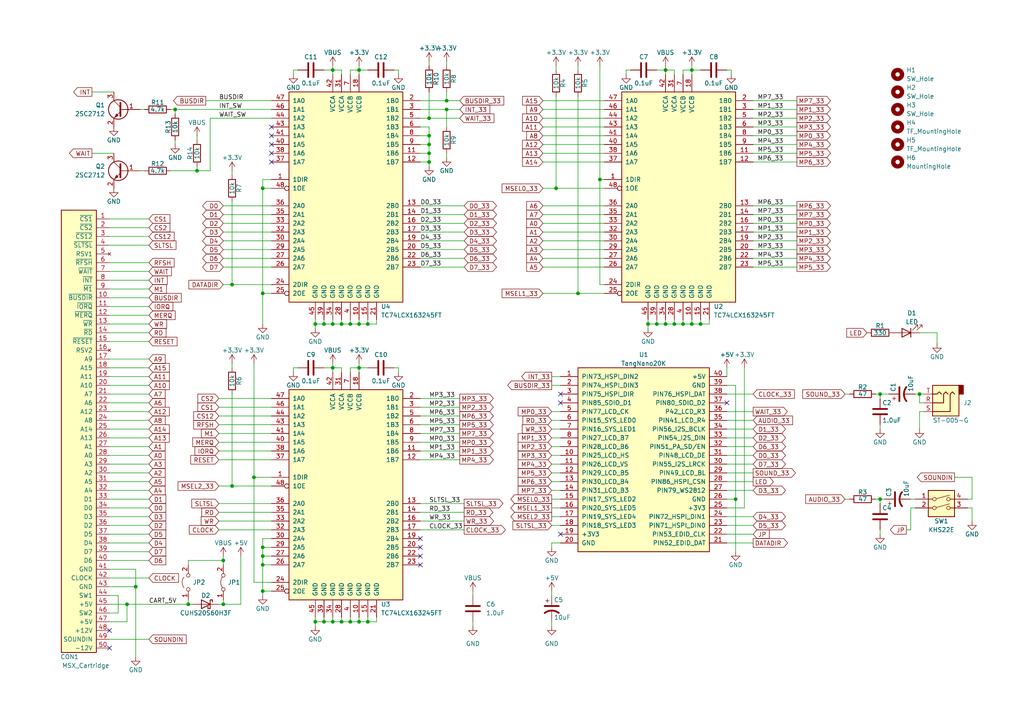
<source format=kicad_sch>
(kicad_sch (version 20230121) (generator eeschema)
  (paper "A4")
  (title_block (title "tnCart") (rev "1") (company "buppu3"))
  (junction (at 73.66 138.43))
  (junction (at 129.54 29.21))
  (junction (at 124.46 39.37))
  (junction (at 57.15 49.53))
  (junction (at 200.66 20.32))
  (junction (at 76.2 163.83))
  (junction (at 161.29 54.61))
  (junction (at 64.77 175.26))
  (junction (at 36.83 175.26))
  (junction (at 106.68 180.34))
  (junction (at 96.52 106.68))
  (junction (at 76.2 85.09))
  (junction (at 266.7 114.3))
  (junction (at 96.52 180.34))
  (junction (at 195.58 93.98))
  (junction (at 129.54 31.75))
  (junction (at 124.46 44.45))
  (junction (at 213.36 144.78))
  (junction (at 193.04 93.98))
  (junction (at 101.6 93.98))
  (junction (at 93.98 180.34))
  (junction (at 91.44 180.34))
  (junction (at 76.2 158.75))
  (junction (at 50.8 31.75))
  (junction (at 93.98 93.98))
  (junction (at 39.37 170.18))
  (junction (at 255.27 144.78))
  (junction (at 255.27 114.3))
  (junction (at 99.06 93.98))
  (junction (at 96.52 93.98))
  (junction (at 64.77 162.56))
  (junction (at 104.14 180.34))
  (junction (at 101.6 180.34))
  (junction (at 54.61 175.26))
  (junction (at 106.68 93.98))
  (junction (at 99.06 180.34))
  (junction (at 203.2 93.98))
  (junction (at 91.44 93.98))
  (junction (at 76.2 161.29))
  (junction (at 124.46 41.91))
  (junction (at 187.96 93.98))
  (junction (at 104.14 20.32))
  (junction (at 67.31 82.55))
  (junction (at 104.14 106.68))
  (junction (at 124.46 34.29))
  (junction (at 200.66 93.98))
  (junction (at 67.31 140.97))
  (junction (at 76.2 54.61))
  (junction (at 104.14 93.98))
  (junction (at 167.64 85.09))
  (junction (at 96.52 20.32))
  (junction (at 124.46 46.99))
  (junction (at 198.12 93.98))
  (junction (at 173.99 52.07))
  (junction (at 193.04 20.32))
  (junction (at 190.5 93.98))
  (junction (at 76.2 171.45))
  (no_connect (at 162.56 154.94))
  (no_connect (at 162.56 114.3))
  (no_connect (at 78.74 44.45))
  (no_connect (at 78.74 39.37))
  (no_connect (at 121.92 156.21))
  (no_connect (at 78.74 46.99))
  (no_connect (at 121.92 161.29))
  (no_connect (at 121.92 158.75))
  (no_connect (at 31.75 182.88))
  (no_connect (at 78.74 36.83))
  (no_connect (at 121.92 163.83))
  (no_connect (at 78.74 41.91))
  (no_connect (at 162.56 116.84))
  (no_connect (at 31.75 187.96))
  (no_connect (at 210.82 116.84))
  (wire (pts (xy 161.29 54.61) (xy 175.26 54.61)))
  (wire (pts (xy 99.06 179.07) (xy 99.06 180.34)))
  (wire (pts (xy 200.66 93.98) (xy 198.12 93.98)))
  (wire (pts (xy 106.68 92.71) (xy 106.68 93.98)))
  (wire (pts (xy 255.27 144.78) (xy 256.54 144.78)))
  (wire (pts (xy 64.77 82.55) (xy 67.31 82.55)))
  (wire (pts (xy 210.82 137.16) (xy 218.44 137.16)))
  (wire (pts (xy 121.92 153.67) (xy 134.62 153.67)))
  (wire (pts (xy 157.48 46.99) (xy 175.26 46.99)))
  (wire (pts (xy 31.75 172.72) (xy 34.29 172.72)))
  (wire (pts (xy 124.46 36.83) (xy 124.46 39.37)))
  (wire (pts (xy 109.22 180.34) (xy 106.68 180.34)))
  (wire (pts (xy 218.44 69.85) (xy 231.14 69.85)))
  (wire (pts (xy 160.02 134.62) (xy 162.56 134.62)))
  (wire (pts (xy 36.83 175.26) (xy 36.83 180.34)))
  (wire (pts (xy 63.5 146.05) (xy 78.74 146.05)))
  (wire (pts (xy 31.75 114.3) (xy 43.18 114.3)))
  (wire (pts (xy 54.61 162.56) (xy 64.77 162.56)))
  (wire (pts (xy 104.14 20.32) (xy 104.14 21.59)))
  (wire (pts (xy 124.46 44.45) (xy 124.46 46.99)))
  (wire (pts (xy 255.27 114.3) (xy 257.81 114.3)))
  (wire (pts (xy 210.82 139.7) (xy 218.44 139.7)))
  (wire (pts (xy 64.77 72.39) (xy 78.74 72.39)))
  (wire (pts (xy 31.75 63.5) (xy 43.18 63.5)))
  (wire (pts (xy 121.92 118.11) (xy 133.35 118.11)))
  (wire (pts (xy 200.66 92.71) (xy 200.66 93.98)))
  (wire (pts (xy 218.44 67.31) (xy 231.14 67.31)))
  (wire (pts (xy 109.22 92.71) (xy 109.22 93.98)))
  (wire (pts (xy 73.66 138.43) (xy 78.74 138.43)))
  (wire (pts (xy 76.2 54.61) (xy 78.74 54.61)))
  (wire (pts (xy 121.92 123.19) (xy 133.35 123.19)))
  (wire (pts (xy 57.15 48.26) (xy 57.15 49.53)))
  (wire (pts (xy 121.92 62.23) (xy 134.62 62.23)))
  (wire (pts (xy 210.82 119.38) (xy 218.44 119.38)))
  (wire (pts (xy 93.98 106.68) (xy 96.52 106.68)))
  (wire (pts (xy 34.29 177.8) (xy 31.75 177.8)))
  (wire (pts (xy 99.06 93.98) (xy 96.52 93.98)))
  (wire (pts (xy 121.92 72.39) (xy 134.62 72.39)))
  (wire (pts (xy 31.75 132.08) (xy 43.18 132.08)))
  (wire (pts (xy 36.83 180.34) (xy 31.75 180.34)))
  (wire (pts (xy 39.37 170.18) (xy 31.75 170.18)))
  (wire (pts (xy 213.36 111.76) (xy 213.36 144.78)))
  (wire (pts (xy 210.82 154.94) (xy 218.44 154.94)))
  (wire (pts (xy 91.44 180.34) (xy 93.98 180.34)))
  (wire (pts (xy 54.61 175.26) (xy 55.88 175.26)))
  (wire (pts (xy 50.8 31.75) (xy 78.74 31.75)))
  (wire (pts (xy 218.44 46.99) (xy 231.14 46.99)))
  (wire (pts (xy 160.02 129.54) (xy 162.56 129.54)))
  (wire (pts (xy 101.6 179.07) (xy 101.6 180.34)))
  (wire (pts (xy 85.09 20.32) (xy 86.36 20.32)))
  (wire (pts (xy 157.48 85.09) (xy 167.64 85.09)))
  (wire (pts (xy 31.75 66.04) (xy 43.18 66.04)))
  (wire (pts (xy 255.27 153.67) (xy 255.27 154.94)))
  (wire (pts (xy 76.2 158.75) (xy 78.74 158.75)))
  (wire (pts (xy 218.44 31.75) (xy 231.14 31.75)))
  (wire (pts (xy 93.98 93.98) (xy 96.52 93.98)))
  (wire (pts (xy 161.29 27.94) (xy 161.29 54.61)))
  (wire (pts (xy 76.2 54.61) (xy 76.2 85.09)))
  (wire (pts (xy 99.06 180.34) (xy 96.52 180.34)))
  (wire (pts (xy 187.96 93.98) (xy 190.5 93.98)))
  (wire (pts (xy 137.16 171.45) (xy 137.16 172.72)))
  (wire (pts (xy 210.82 121.92) (xy 218.44 121.92)))
  (wire (pts (xy 31.75 165.1) (xy 39.37 165.1)))
  (wire (pts (xy 104.14 93.98) (xy 101.6 93.98)))
  (wire (pts (xy 160.02 124.46) (xy 162.56 124.46)))
  (wire (pts (xy 96.52 179.07) (xy 96.52 180.34)))
  (wire (pts (xy 104.14 106.68) (xy 106.68 106.68)))
  (wire (pts (xy 157.48 36.83) (xy 175.26 36.83)))
  (wire (pts (xy 73.66 138.43) (xy 73.66 168.91)))
  (wire (pts (xy 121.92 34.29) (xy 124.46 34.29)))
  (wire (pts (xy 175.26 82.55) (xy 173.99 82.55)))
  (wire (pts (xy 121.92 146.05) (xy 134.62 146.05)))
  (wire (pts (xy 121.92 128.27) (xy 133.35 128.27)))
  (wire (pts (xy 124.46 26.67) (xy 124.46 34.29)))
  (wire (pts (xy 63.5 153.67) (xy 78.74 153.67)))
  (wire (pts (xy 245.11 114.3) (xy 246.38 114.3)))
  (wire (pts (xy 157.48 64.77) (xy 175.26 64.77)))
  (wire (pts (xy 157.48 39.37) (xy 175.26 39.37)))
  (wire (pts (xy 129.54 29.21) (xy 133.35 29.21)))
  (wire (pts (xy 218.44 36.83) (xy 231.14 36.83)))
  (wire (pts (xy 157.48 41.91) (xy 175.26 41.91)))
  (wire (pts (xy 157.48 77.47) (xy 175.26 77.47)))
  (wire (pts (xy 254 144.78) (xy 255.27 144.78)))
  (wire (pts (xy 281.94 138.43) (xy 281.94 144.78)))
  (wire (pts (xy 129.54 31.75) (xy 133.35 31.75)))
  (wire (pts (xy 129.54 26.67) (xy 129.54 29.21)))
  (wire (pts (xy 34.29 172.72) (xy 34.29 177.8)))
  (wire (pts (xy 31.75 119.38) (xy 43.18 119.38)))
  (wire (pts (xy 76.2 156.21) (xy 76.2 158.75)))
  (wire (pts (xy 91.44 180.34) (xy 91.44 181.61)))
  (wire (pts (xy 99.06 21.59) (xy 99.06 20.32)))
  (wire (pts (xy 76.2 85.09) (xy 76.2 93.98)))
  (wire (pts (xy 96.52 106.68) (xy 99.06 106.68)))
  (wire (pts (xy 121.92 151.13) (xy 134.62 151.13)))
  (wire (pts (xy 210.82 152.4) (xy 218.44 152.4)))
  (wire (pts (xy 31.75 129.54) (xy 43.18 129.54)))
  (wire (pts (xy 31.75 162.56) (xy 43.18 162.56)))
  (wire (pts (xy 215.9 106.68) (xy 215.9 147.32)))
  (wire (pts (xy 254 114.3) (xy 255.27 114.3)))
  (wire (pts (xy 31.75 167.64) (xy 43.18 167.64)))
  (wire (pts (xy 93.98 180.34) (xy 96.52 180.34)))
  (wire (pts (xy 85.09 107.95) (xy 85.09 106.68)))
  (wire (pts (xy 160.02 119.38) (xy 162.56 119.38)))
  (wire (pts (xy 218.44 44.45) (xy 231.14 44.45)))
  (wire (pts (xy 157.48 29.21) (xy 175.26 29.21)))
  (wire (pts (xy 281.94 147.32) (xy 281.94 151.13)))
  (wire (pts (xy 101.6 180.34) (xy 99.06 180.34)))
  (wire (pts (xy 160.02 152.4) (xy 162.56 152.4)))
  (wire (pts (xy 76.2 163.83) (xy 76.2 171.45)))
  (wire (pts (xy 195.58 92.71) (xy 195.58 93.98)))
  (wire (pts (xy 167.64 85.09) (xy 175.26 85.09)))
  (wire (pts (xy 121.92 46.99) (xy 124.46 46.99)))
  (wire (pts (xy 106.68 93.98) (xy 104.14 93.98)))
  (wire (pts (xy 124.46 17.78) (xy 124.46 19.05)))
  (wire (pts (xy 218.44 29.21) (xy 231.14 29.21)))
  (wire (pts (xy 281.94 144.78) (xy 280.67 144.78)))
  (wire (pts (xy 31.75 157.48) (xy 43.18 157.48)))
  (wire (pts (xy 160.02 111.76) (xy 162.56 111.76)))
  (wire (pts (xy 173.99 52.07) (xy 173.99 19.05)))
  (wire (pts (xy 210.82 144.78) (xy 213.36 144.78)))
  (wire (pts (xy 99.06 107.95) (xy 99.06 106.68)))
  (wire (pts (xy 218.44 41.91) (xy 231.14 41.91)))
  (wire (pts (xy 218.44 39.37) (xy 231.14 39.37)))
  (wire (pts (xy 175.26 52.07) (xy 173.99 52.07)))
  (wire (pts (xy 167.64 19.05) (xy 167.64 20.32)))
  (wire (pts (xy 218.44 72.39) (xy 231.14 72.39)))
  (wire (pts (xy 210.82 134.62) (xy 218.44 134.62)))
  (wire (pts (xy 161.29 19.05) (xy 161.29 20.32)))
  (wire (pts (xy 160.02 142.24) (xy 162.56 142.24)))
  (wire (pts (xy 64.77 69.85) (xy 78.74 69.85)))
  (wire (pts (xy 31.75 88.9) (xy 43.18 88.9)))
  (wire (pts (xy 64.77 67.31) (xy 78.74 67.31)))
  (wire (pts (xy 121.92 64.77) (xy 134.62 64.77)))
  (wire (pts (xy 160.02 171.45) (xy 160.02 172.72)))
  (wire (pts (xy 39.37 170.18) (xy 39.37 190.5)))
  (wire (pts (xy 31.75 127) (xy 43.18 127)))
  (wire (pts (xy 104.14 20.32) (xy 106.68 20.32)))
  (wire (pts (xy 137.16 181.61) (xy 137.16 180.34)))
  (wire (pts (xy 210.82 127) (xy 218.44 127)))
  (wire (pts (xy 101.6 107.95) (xy 101.6 106.68)))
  (wire (pts (xy 266.7 119.38) (xy 266.7 124.46)))
  (wire (pts (xy 31.75 185.42) (xy 43.18 185.42)))
  (wire (pts (xy 255.27 123.19) (xy 255.27 124.46)))
  (wire (pts (xy 54.61 173.99) (xy 54.61 175.26)))
  (wire (pts (xy 31.75 134.62) (xy 43.18 134.62)))
  (wire (pts (xy 157.48 62.23) (xy 175.26 62.23)))
  (wire (pts (xy 109.22 179.07) (xy 109.22 180.34)))
  (wire (pts (xy 73.66 168.91) (xy 78.74 168.91)))
  (wire (pts (xy 76.2 163.83) (xy 78.74 163.83)))
  (wire (pts (xy 73.66 105.41) (xy 73.66 138.43)))
  (wire (pts (xy 31.75 68.58) (xy 43.18 68.58)))
  (wire (pts (xy 264.16 144.78) (xy 265.43 144.78)))
  (wire (pts (xy 203.2 93.98) (xy 200.66 93.98)))
  (wire (pts (xy 160.02 109.22) (xy 162.56 109.22)))
  (wire (pts (xy 76.2 161.29) (xy 78.74 161.29)))
  (wire (pts (xy 67.31 114.3) (xy 67.31 140.97)))
  (wire (pts (xy 54.61 163.83) (xy 54.61 162.56)))
  (wire (pts (xy 64.77 59.69) (xy 78.74 59.69)))
  (wire (pts (xy 121.92 59.69) (xy 134.62 59.69)))
  (wire (pts (xy 160.02 147.32) (xy 162.56 147.32)))
  (wire (pts (xy 91.44 93.98) (xy 91.44 95.25)))
  (wire (pts (xy 157.48 59.69) (xy 175.26 59.69)))
  (wire (pts (xy 187.96 93.98) (xy 187.96 95.25)))
  (wire (pts (xy 40.64 31.75) (xy 41.91 31.75)))
  (wire (pts (xy 57.15 49.53) (xy 60.96 49.53)))
  (wire (pts (xy 64.77 64.77) (xy 78.74 64.77)))
  (wire (pts (xy 198.12 93.98) (xy 195.58 93.98)))
  (wire (pts (xy 63.5 140.97) (xy 67.31 140.97)))
  (wire (pts (xy 193.04 92.71) (xy 193.04 93.98)))
  (wire (pts (xy 210.82 111.76) (xy 213.36 111.76)))
  (wire (pts (xy 96.52 106.68) (xy 96.52 107.95)))
  (wire (pts (xy 267.97 119.38) (xy 266.7 119.38)))
  (wire (pts (xy 93.98 20.32) (xy 96.52 20.32)))
  (wire (pts (xy 31.75 99.06) (xy 43.18 99.06)))
  (wire (pts (xy 121.92 74.93) (xy 134.62 74.93)))
  (wire (pts (xy 121.92 148.59) (xy 134.62 148.59)))
  (wire (pts (xy 121.92 44.45) (xy 124.46 44.45)))
  (wire (pts (xy 160.02 139.7) (xy 162.56 139.7)))
  (wire (pts (xy 93.98 92.71) (xy 93.98 93.98)))
  (wire (pts (xy 115.57 20.32) (xy 115.57 21.59)))
  (wire (pts (xy 57.15 39.37) (xy 57.15 40.64)))
  (wire (pts (xy 218.44 59.69) (xy 231.14 59.69)))
  (wire (pts (xy 64.77 77.47) (xy 78.74 77.47)))
  (wire (pts (xy 93.98 179.07) (xy 93.98 180.34)))
  (wire (pts (xy 49.53 49.53) (xy 57.15 49.53)))
  (wire (pts (xy 40.64 49.53) (xy 41.91 49.53)))
  (wire (pts (xy 245.11 144.78) (xy 246.38 144.78)))
  (wire (pts (xy 63.5 118.11) (xy 78.74 118.11)))
  (wire (pts (xy 218.44 74.93) (xy 231.14 74.93)))
  (wire (pts (xy 157.48 72.39) (xy 175.26 72.39)))
  (wire (pts (xy 64.77 162.56) (xy 64.77 163.83)))
  (wire (pts (xy 64.77 173.99) (xy 64.77 175.26)))
  (wire (pts (xy 193.04 20.32) (xy 195.58 20.32)))
  (wire (pts (xy 210.82 149.86) (xy 218.44 149.86)))
  (wire (pts (xy 193.04 19.05) (xy 193.04 20.32)))
  (wire (pts (xy 205.74 92.71) (xy 205.74 93.98)))
  (wire (pts (xy 129.54 44.45) (xy 129.54 45.72)))
  (wire (pts (xy 114.3 106.68) (xy 115.57 106.68)))
  (wire (pts (xy 160.02 121.92) (xy 162.56 121.92)))
  (wire (pts (xy 96.52 105.41) (xy 96.52 106.68)))
  (wire (pts (xy 76.2 85.09) (xy 78.74 85.09)))
  (wire (pts (xy 76.2 52.07) (xy 76.2 54.61)))
  (wire (pts (xy 67.31 58.42) (xy 67.31 82.55)))
  (wire (pts (xy 31.75 104.14) (xy 43.18 104.14)))
  (wire (pts (xy 67.31 49.53) (xy 67.31 50.8)))
  (wire (pts (xy 255.27 115.57) (xy 255.27 114.3)))
  (wire (pts (xy 129.54 17.78) (xy 129.54 19.05)))
  (wire (pts (xy 96.52 92.71) (xy 96.52 93.98)))
  (wire (pts (xy 267.97 114.3) (xy 266.7 114.3)))
  (wire (pts (xy 210.82 114.3) (xy 218.44 114.3)))
  (wire (pts (xy 218.44 77.47) (xy 231.14 77.47)))
  (wire (pts (xy 210.82 147.32) (xy 215.9 147.32)))
  (wire (pts (xy 31.75 93.98) (xy 43.18 93.98)))
  (wire (pts (xy 39.37 165.1) (xy 39.37 170.18)))
  (wire (pts (xy 31.75 71.12) (xy 43.18 71.12)))
  (wire (pts (xy 160.02 132.08) (xy 162.56 132.08)))
  (wire (pts (xy 101.6 92.71) (xy 101.6 93.98)))
  (wire (pts (xy 193.04 20.32) (xy 193.04 21.59)))
  (wire (pts (xy 76.2 161.29) (xy 76.2 163.83)))
  (wire (pts (xy 104.14 179.07) (xy 104.14 180.34)))
  (wire (pts (xy 121.92 36.83) (xy 124.46 36.83)))
  (wire (pts (xy 121.92 39.37) (xy 124.46 39.37)))
  (wire (pts (xy 160.02 127) (xy 162.56 127)))
  (wire (pts (xy 91.44 93.98) (xy 93.98 93.98)))
  (wire (pts (xy 121.92 41.91) (xy 124.46 41.91)))
  (wire (pts (xy 76.2 158.75) (xy 76.2 161.29)))
  (wire (pts (xy 210.82 132.08) (xy 218.44 132.08)))
  (wire (pts (xy 49.53 31.75) (xy 50.8 31.75)))
  (wire (pts (xy 218.44 64.77) (xy 231.14 64.77)))
  (wire (pts (xy 160.02 157.48) (xy 160.02 158.75)))
  (wire (pts (xy 31.75 175.26) (xy 36.83 175.26)))
  (wire (pts (xy 63.5 125.73) (xy 78.74 125.73)))
  (wire (pts (xy 157.48 54.61) (xy 161.29 54.61)))
  (wire (pts (xy 266.7 114.3) (xy 266.7 116.84)))
  (wire (pts (xy 91.44 179.07) (xy 91.44 180.34)))
  (wire (pts (xy 114.3 20.32) (xy 115.57 20.32)))
  (wire (pts (xy 255.27 144.78) (xy 255.27 146.05)))
  (wire (pts (xy 213.36 144.78) (xy 213.36 160.02)))
  (wire (pts (xy 31.75 154.94) (xy 43.18 154.94)))
  (wire (pts (xy 124.46 34.29) (xy 133.35 34.29)))
  (wire (pts (xy 210.82 129.54) (xy 218.44 129.54)))
  (wire (pts (xy 181.61 21.59) (xy 181.61 20.32)))
  (wire (pts (xy 59.69 29.21) (xy 78.74 29.21)))
  (wire (pts (xy 64.77 161.29) (xy 64.77 162.56)))
  (wire (pts (xy 121.92 29.21) (xy 129.54 29.21)))
  (wire (pts (xy 106.68 179.07) (xy 106.68 180.34)))
  (wire (pts (xy 262.89 153.67) (xy 264.16 153.67)))
  (wire (pts (xy 115.57 106.68) (xy 115.57 107.95)))
  (wire (pts (xy 121.92 120.65) (xy 133.35 120.65)))
  (wire (pts (xy 31.75 137.16) (xy 43.18 137.16)))
  (wire (pts (xy 160.02 181.61) (xy 160.02 180.34)))
  (wire (pts (xy 210.82 20.32) (xy 212.09 20.32)))
  (wire (pts (xy 91.44 92.71) (xy 91.44 93.98)))
  (wire (pts (xy 195.58 93.98) (xy 193.04 93.98)))
  (wire (pts (xy 63.5 130.81) (xy 78.74 130.81)))
  (wire (pts (xy 264.16 153.67) (xy 264.16 147.32)))
  (wire (pts (xy 96.52 20.32) (xy 99.06 20.32)))
  (wire (pts (xy 63.5 120.65) (xy 78.74 120.65)))
  (wire (pts (xy 31.75 160.02) (xy 43.18 160.02)))
  (wire (pts (xy 31.75 76.2) (xy 43.18 76.2)))
  (wire (pts (xy 173.99 82.55) (xy 173.99 52.07)))
  (wire (pts (xy 205.74 93.98) (xy 203.2 93.98)))
  (wire (pts (xy 63.5 115.57) (xy 78.74 115.57)))
  (wire (pts (xy 210.82 106.68) (xy 210.82 109.22)))
  (wire (pts (xy 203.2 92.71) (xy 203.2 93.98)))
  (wire (pts (xy 96.52 19.05) (xy 96.52 20.32)))
  (wire (pts (xy 31.75 152.4) (xy 43.18 152.4)))
  (wire (pts (xy 31.75 86.36) (xy 43.18 86.36)))
  (wire (pts (xy 64.77 74.93) (xy 78.74 74.93)))
  (wire (pts (xy 129.54 31.75) (xy 129.54 36.83)))
  (wire (pts (xy 218.44 34.29) (xy 231.14 34.29)))
  (wire (pts (xy 124.46 41.91) (xy 124.46 44.45)))
  (wire (pts (xy 76.2 171.45) (xy 78.74 171.45)))
  (wire (pts (xy 121.92 130.81) (xy 133.35 130.81)))
  (wire (pts (xy 121.92 77.47) (xy 134.62 77.47)))
  (wire (pts (xy 67.31 140.97) (xy 78.74 140.97)))
  (wire (pts (xy 60.96 34.29) (xy 60.96 49.53)))
  (wire (pts (xy 31.75 116.84) (xy 43.18 116.84)))
  (wire (pts (xy 160.02 144.78) (xy 162.56 144.78)))
  (wire (pts (xy 198.12 20.32) (xy 200.66 20.32)))
  (wire (pts (xy 67.31 105.41) (xy 67.31 106.68)))
  (wire (pts (xy 210.82 124.46) (xy 218.44 124.46)))
  (wire (pts (xy 63.5 151.13) (xy 78.74 151.13)))
  (wire (pts (xy 157.48 69.85) (xy 175.26 69.85)))
  (wire (pts (xy 31.75 147.32) (xy 43.18 147.32)))
  (wire (pts (xy 181.61 20.32) (xy 182.88 20.32)))
  (wire (pts (xy 31.75 121.92) (xy 43.18 121.92)))
  (wire (pts (xy 124.46 46.99) (xy 124.46 48.26)))
  (wire (pts (xy 76.2 156.21) (xy 78.74 156.21)))
  (wire (pts (xy 109.22 93.98) (xy 106.68 93.98)))
  (wire (pts (xy 190.5 93.98) (xy 193.04 93.98)))
  (wire (pts (xy 36.83 175.26) (xy 54.61 175.26)))
  (wire (pts (xy 101.6 20.32) (xy 104.14 20.32)))
  (wire (pts (xy 76.2 171.45) (xy 76.2 172.72)))
  (wire (pts (xy 157.48 34.29) (xy 175.26 34.29)))
  (wire (pts (xy 31.75 83.82) (xy 43.18 83.82)))
  (wire (pts (xy 101.6 93.98) (xy 99.06 93.98)))
  (wire (pts (xy 280.67 147.32) (xy 281.94 147.32)))
  (wire (pts (xy 63.5 133.35) (xy 78.74 133.35)))
  (wire (pts (xy 31.75 109.22) (xy 43.18 109.22)))
  (wire (pts (xy 50.8 31.75) (xy 50.8 33.02)))
  (wire (pts (xy 96.52 20.32) (xy 96.52 21.59)))
  (wire (pts (xy 101.6 21.59) (xy 101.6 20.32)))
  (wire (pts (xy 78.74 52.07) (xy 76.2 52.07)))
  (wire (pts (xy 218.44 62.23) (xy 231.14 62.23)))
  (wire (pts (xy 31.75 91.44) (xy 43.18 91.44)))
  (wire (pts (xy 104.14 105.41) (xy 104.14 106.68)))
  (wire (pts (xy 26.67 44.45) (xy 33.02 44.45)))
  (wire (pts (xy 276.86 138.43) (xy 281.94 138.43)))
  (wire (pts (xy 69.85 175.26) (xy 69.85 161.29)))
  (wire (pts (xy 198.12 21.59) (xy 198.12 20.32)))
  (wire (pts (xy 63.5 175.26) (xy 64.77 175.26)))
  (wire (pts (xy 187.96 92.71) (xy 187.96 93.98)))
  (wire (pts (xy 160.02 149.86) (xy 162.56 149.86)))
  (wire (pts (xy 99.06 92.71) (xy 99.06 93.98)))
  (wire (pts (xy 104.14 106.68) (xy 104.14 107.95)))
  (wire (pts (xy 264.16 147.32) (xy 265.43 147.32)))
  (wire (pts (xy 31.75 124.46) (xy 43.18 124.46)))
  (wire (pts (xy 266.7 96.52) (xy 271.78 96.52)))
  (wire (pts (xy 67.31 82.55) (xy 78.74 82.55)))
  (wire (pts (xy 157.48 67.31) (xy 175.26 67.31)))
  (wire (pts (xy 157.48 74.93) (xy 175.26 74.93)))
  (wire (pts (xy 190.5 20.32) (xy 193.04 20.32)))
  (wire (pts (xy 121.92 69.85) (xy 134.62 69.85)))
  (wire (pts (xy 265.43 114.3) (xy 266.7 114.3)))
  (wire (pts (xy 31.75 149.86) (xy 43.18 149.86)))
  (wire (pts (xy 104.14 180.34) (xy 101.6 180.34)))
  (wire (pts (xy 200.66 19.05) (xy 200.66 20.32)))
  (wire (pts (xy 106.68 180.34) (xy 104.14 180.34)))
  (wire (pts (xy 101.6 106.68) (xy 104.14 106.68)))
  (wire (pts (xy 64.77 62.23) (xy 78.74 62.23)))
  (wire (pts (xy 210.82 157.48) (xy 218.44 157.48)))
  (wire (pts (xy 31.75 106.68) (xy 43.18 106.68)))
  (wire (pts (xy 266.7 116.84) (xy 267.97 116.84)))
  (wire (pts (xy 31.75 142.24) (xy 43.18 142.24)))
  (wire (pts (xy 31.75 144.78) (xy 43.18 144.78)))
  (wire (pts (xy 31.75 78.74) (xy 43.18 78.74)))
  (wire (pts (xy 200.66 20.32) (xy 203.2 20.32)))
  (wire (pts (xy 63.5 128.27) (xy 78.74 128.27)))
  (wire (pts (xy 60.96 34.29) (xy 78.74 34.29)))
  (wire (pts (xy 121.92 67.31) (xy 134.62 67.31)))
  (wire (pts (xy 50.8 40.64) (xy 50.8 41.91)))
  (wire (pts (xy 63.5 123.19) (xy 78.74 123.19)))
  (wire (pts (xy 121.92 31.75) (xy 129.54 31.75)))
  (wire (pts (xy 121.92 133.35) (xy 133.35 133.35)))
  (wire (pts (xy 31.75 96.52) (xy 43.18 96.52)))
  (wire (pts (xy 157.48 44.45) (xy 175.26 44.45)))
  (wire (pts (xy 157.48 31.75) (xy 175.26 31.75)))
  (wire (pts (xy 212.09 20.32) (xy 212.09 21.59)))
  (wire (pts (xy 31.75 139.7) (xy 43.18 139.7)))
  (wire (pts (xy 124.46 39.37) (xy 124.46 41.91)))
  (wire (pts (xy 198.12 92.71) (xy 198.12 93.98)))
  (wire (pts (xy 121.92 125.73) (xy 133.35 125.73)))
  (wire (pts (xy 271.78 96.52) (xy 271.78 99.695)))
  (wire (pts (xy 195.58 21.59) (xy 195.58 20.32)))
  (wire (pts (xy 190.5 92.71) (xy 190.5 93.98)))
  (wire (pts (xy 85.09 106.68) (xy 86.36 106.68)))
  (wire (pts (xy 104.14 19.05) (xy 104.14 20.32)))
  (wire (pts (xy 200.66 20.32) (xy 200.66 21.59)))
  (wire (pts (xy 160.02 137.16) (xy 162.56 137.16)))
  (wire (pts (xy 210.82 142.24) (xy 218.44 142.24)))
  (wire (pts (xy 26.67 26.67) (xy 33.02 26.67)))
  (wire (pts (xy 63.5 148.59) (xy 78.74 148.59)))
  (wire (pts (xy 160.02 157.48) (xy 162.56 157.48)))
  (wire (pts (xy 104.14 92.71) (xy 104.14 93.98)))
  (wire (pts (xy 31.75 81.28) (xy 43.18 81.28)))
  (wire (pts (xy 167.64 27.94) (xy 167.64 85.09)))
  (wire (pts (xy 121.92 115.57) (xy 133.35 115.57)))
  (wire (pts (xy 64.77 175.26) (xy 69.85 175.26)))
  (wire (pts (xy 85.09 21.59) (xy 85.09 20.32)))
  (wire (pts (xy 31.75 111.76) (xy 43.18 111.76)))
  (label "MP2_33" (at 219.71 69.85 0))
  (label "MP5_33" (at 124.46 123.19 0))
  (label "WAIT_SW" (at 63.5 34.29 0))
  (label "D3_33" (at 121.92 67.31 0))
  (label "SLTSL_33" (at 124.46 146.05 0))
  (label "MP1_33" (at 219.71 31.75 0))
  (label "MP3_33" (at 219.71 72.39 0))
  (label "MP5_33" (at 219.71 44.45 0))
  (label "MP4_33" (at 219.71 41.91 0))
  (label "MP4_33" (at 124.46 133.35 0))
  (label "D7_33" (at 121.92 77.47 0))
  (label "MP5_33" (at 219.71 77.47 0))
  (label "RD_33" (at 124.46 148.59 0))
  (label "D4_33" (at 121.92 69.85 0))
  (label "MP6_33" (at 219.71 46.99 0))
  (label "MP7_33" (at 219.71 29.21 0))
  (label "BUSDIR" (at 63.5 29.21 0))
  (label "MP6_33" (at 219.71 59.69 0))
  (label "D2_33" (at 121.92 64.77 0))
  (label "MP0_33" (at 124.46 128.27 0))
  (label "MP6_33" (at 124.46 120.65 0))
  (label "MP1_33" (at 219.71 67.31 0))
  (label "MP0_33" (at 219.71 64.77 0))
  (label "MP3_33" (at 219.71 36.83 0))
  (label "WR_33" (at 124.46 151.13 0))
  (label "CART_5V" (at 43.18 175.26 0))
  (label "MP2_33" (at 219.71 34.29 0))
  (label "CLOCK_33" (at 124.46 153.67 0))
  (label "D5_33" (at 121.92 72.39 0))
  (label "INT_SW" (at 63.5 31.75 0))
  (label "D0_33" (at 121.92 59.69 0))
  (label "D6_33" (at 121.92 74.93 0))
  (label "MP4_33" (at 219.71 74.93 0))
  (label "MP1_33" (at 124.46 130.81 0))
  (label "MP2_33" (at 124.46 118.11 0))
  (label "MP3_33" (at 124.46 115.57 0))
  (label "MP0_33" (at 219.71 39.37 0))
  (label "D1_33" (at 121.92 62.23 0))
  (label "MP7_33" (at 124.46 125.73 0))
  (label "MP7_33" (at 219.71 62.23 0))
  (global_label "D2_33" (shape bidirectional) (at 218.44 127 0) (property "Intersheetrefs" "${INTERSHEET_REFS}" (effects hide)))
  (global_label "WAIT" (shape output) (at 26.67 44.45 180) (property "Intersheetrefs" "${INTERSHEET_REFS}" (effects hide)))
  (global_label "MP1_33" (shape output) (at 231.14 67.31 0) (property "Intersheetrefs" "${INTERSHEET_REFS}" (effects hide)))
  (global_label "AUDIO_33" (shape input) (at 218.44 121.92 0) (property "Intersheetrefs" "${INTERSHEET_REFS}" (effects hide)))
  (global_label "MP3_33" (shape output) (at 133.35 115.57 0) (property "Intersheetrefs" "${INTERSHEET_REFS}" (effects hide)))
  (global_label "MP0_33" (shape output) (at 231.14 39.37 0) (property "Intersheetrefs" "${INTERSHEET_REFS}" (effects hide)))
  (global_label "INT_33" (shape output) (at 160.02 109.22 180) (property "Intersheetrefs" "${INTERSHEET_REFS}" (effects hide)))
  (global_label "MP6_33" (shape output) (at 133.35 120.65 0) (property "Intersheetrefs" "${INTERSHEET_REFS}" (effects hide)))
  (global_label "A7" (shape input) (at 157.48 62.23 180) (property "Intersheetrefs" "${INTERSHEET_REFS}" (effects hide)))
  (global_label "D1" (shape input) (at 43.18 144.78 0) (property "Intersheetrefs" "${INTERSHEET_REFS}" (effects hide)))
  (global_label "CS1" (shape input) (at 43.18 63.5 0) (property "Intersheetrefs" "${INTERSHEET_REFS}" (effects hide)))
  (global_label "RD" (shape input) (at 63.5 148.59 180) (property "Intersheetrefs" "${INTERSHEET_REFS}" (effects hide)))
  (global_label "MP2_33" (shape input) (at 160.02 129.54 180) (property "Intersheetrefs" "${INTERSHEET_REFS}" (effects hide)))
  (global_label "CLOCK" (shape input) (at 43.18 167.64 0) (property "Intersheetrefs" "${INTERSHEET_REFS}" (effects hide)))
  (global_label "A8" (shape input) (at 43.18 121.92 0) (property "Intersheetrefs" "${INTERSHEET_REFS}" (effects hide)))
  (global_label "D7" (shape bidirectional) (at 64.77 77.47 180) (property "Intersheetrefs" "${INTERSHEET_REFS}" (effects hide)))
  (global_label "A12" (shape input) (at 43.18 119.38 0) (property "Intersheetrefs" "${INTERSHEET_REFS}" (effects hide)))
  (global_label "D0" (shape input) (at 43.18 147.32 0) (property "Intersheetrefs" "${INTERSHEET_REFS}" (effects hide)))
  (global_label "A11" (shape input) (at 157.48 36.83 180) (property "Intersheetrefs" "${INTERSHEET_REFS}" (effects hide)))
  (global_label "RD_33" (shape input) (at 160.02 121.92 180) (property "Intersheetrefs" "${INTERSHEET_REFS}" (effects hide)))
  (global_label "A10" (shape input) (at 157.48 34.29 180) (property "Intersheetrefs" "${INTERSHEET_REFS}" (effects hide)))
  (global_label "BUSDIR_33" (shape output) (at 160.02 111.76 180) (property "Intersheetrefs" "${INTERSHEET_REFS}" (effects hide)))
  (global_label "A15" (shape input) (at 43.18 106.68 0) (property "Intersheetrefs" "${INTERSHEET_REFS}" (effects hide)))
  (global_label "INT_33" (shape input) (at 133.35 31.75 0) (property "Intersheetrefs" "${INTERSHEET_REFS}" (effects hide)))
  (global_label "CS12" (shape input) (at 43.18 68.58 0) (property "Intersheetrefs" "${INTERSHEET_REFS}" (effects hide)))
  (global_label "RD" (shape input) (at 43.18 96.52 0) (property "Intersheetrefs" "${INTERSHEET_REFS}" (effects hide)))
  (global_label "INT" (shape input) (at 43.18 81.28 0) (property "Intersheetrefs" "${INTERSHEET_REFS}" (effects hide)))
  (global_label "MSEL1_33" (shape input) (at 157.48 85.09 180) (property "Intersheetrefs" "${INTERSHEET_REFS}" (effects hide)))
  (global_label "D4" (shape input) (at 43.18 157.48 0) (property "Intersheetrefs" "${INTERSHEET_REFS}" (effects hide)))
  (global_label "MP2_33" (shape output) (at 231.14 69.85 0) (property "Intersheetrefs" "${INTERSHEET_REFS}" (effects hide)))
  (global_label "MP4_33" (shape output) (at 231.14 41.91 0) (property "Intersheetrefs" "${INTERSHEET_REFS}" (effects hide)))
  (global_label "A14" (shape input) (at 43.18 124.46 0) (property "Intersheetrefs" "${INTERSHEET_REFS}" (effects hide)))
  (global_label "A3" (shape input) (at 43.18 134.62 0) (property "Intersheetrefs" "${INTERSHEET_REFS}" (effects hide)))
  (global_label "MP1_33" (shape output) (at 231.14 31.75 0) (property "Intersheetrefs" "${INTERSHEET_REFS}" (effects hide)))
  (global_label "A2" (shape input) (at 157.48 69.85 180) (property "Intersheetrefs" "${INTERSHEET_REFS}" (effects hide)))
  (global_label "A7" (shape input) (at 43.18 114.3 0) (property "Intersheetrefs" "${INTERSHEET_REFS}" (effects hide)))
  (global_label "MP7_33" (shape output) (at 231.14 29.21 0) (property "Intersheetrefs" "${INTERSHEET_REFS}" (effects hide)))
  (global_label "RD_33" (shape output) (at 134.62 148.59 0) (property "Intersheetrefs" "${INTERSHEET_REFS}" (effects hide)))
  (global_label "D1" (shape bidirectional) (at 64.77 62.23 180) (property "Intersheetrefs" "${INTERSHEET_REFS}" (effects hide)))
  (global_label "A8" (shape input) (at 157.48 39.37 180) (property "Intersheetrefs" "${INTERSHEET_REFS}" (effects hide)))
  (global_label "D4_33" (shape bidirectional) (at 218.44 149.86 0) (property "Intersheetrefs" "${INTERSHEET_REFS}" (effects hide)))
  (global_label "A10" (shape input) (at 43.18 111.76 0) (property "Intersheetrefs" "${INTERSHEET_REFS}" (effects hide)))
  (global_label "MP0_33" (shape input) (at 160.02 119.38 180) (property "Intersheetrefs" "${INTERSHEET_REFS}" (effects hide)))
  (global_label "MSEL2_33" (shape output) (at 160.02 149.86 180) (property "Intersheetrefs" "${INTERSHEET_REFS}" (effects hide)))
  (global_label "BUSDIR_33" (shape input) (at 133.35 29.21 0) (property "Intersheetrefs" "${INTERSHEET_REFS}" (effects hide)))
  (global_label "BUSDIR" (shape output) (at 59.69 29.21 180) (property "Intersheetrefs" "${INTERSHEET_REFS}" (effects hide)))
  (global_label "D4" (shape bidirectional) (at 64.77 69.85 180) (property "Intersheetrefs" "${INTERSHEET_REFS}" (effects hide)))
  (global_label "D4_33" (shape bidirectional) (at 134.62 69.85 0) (property "Intersheetrefs" "${INTERSHEET_REFS}" (effects hide)))
  (global_label "RFSH" (shape input) (at 43.18 76.2 0) (property "Intersheetrefs" "${INTERSHEET_REFS}" (effects hide)))
  (global_label "MP4_33" (shape output) (at 231.14 74.93 0) (property "Intersheetrefs" "${INTERSHEET_REFS}" (effects hide)))
  (global_label "DATADIR" (shape input) (at 64.77 82.55 180) (property "Intersheetrefs" "${INTERSHEET_REFS}" (effects hide)))
  (global_label "MP3_33" (shape input) (at 160.02 132.08 180) (property "Intersheetrefs" "${INTERSHEET_REFS}" (effects hide)))
  (global_label "MP4_33" (shape output) (at 133.35 133.35 0) (property "Intersheetrefs" "${INTERSHEET_REFS}" (effects hide)))
  (global_label "WR_33" (shape output) (at 134.62 151.13 0) (property "Intersheetrefs" "${INTERSHEET_REFS}" (effects hide)))
  (global_label "D5_33" (shape bidirectional) (at 134.62 72.39 0) (property "Intersheetrefs" "${INTERSHEET_REFS}" (effects hide)))
  (global_label "IORQ" (shape input) (at 43.18 88.9 0) (property "Intersheetrefs" "${INTERSHEET_REFS}" (effects hide)))
  (global_label "D0" (shape bidirectional) (at 64.77 59.69 180) (property "Intersheetrefs" "${INTERSHEET_REFS}" (effects hide)))
  (global_label "CLOCK_33" (shape output) (at 134.62 153.67 0) (property "Intersheetrefs" "${INTERSHEET_REFS}" (effects hide)))
  (global_label "IORQ" (shape input) (at 63.5 130.81 180) (property "Intersheetrefs" "${INTERSHEET_REFS}" (effects hide)))
  (global_label "MP7_33" (shape output) (at 231.14 62.23 0) (property "Intersheetrefs" "${INTERSHEET_REFS}" (effects hide)))
  (global_label "D2" (shape input) (at 43.18 152.4 0) (property "Intersheetrefs" "${INTERSHEET_REFS}" (effects hide)))
  (global_label "MP6_33" (shape output) (at 231.14 46.99 0) (property "Intersheetrefs" "${INTERSHEET_REFS}" (effects hide)))
  (global_label "MSEL0_33" (shape input) (at 157.48 54.61 180) (property "Intersheetrefs" "${INTERSHEET_REFS}" (effects hide)))
  (global_label "JP" (shape input) (at 218.44 154.94 0) (property "Intersheetrefs" "${INTERSHEET_REFS}" (effects hide)))
  (global_label "MSEL0_33" (shape output) (at 160.02 144.78 180) (property "Intersheetrefs" "${INTERSHEET_REFS}" (effects hide)))
  (global_label "BUSDIR" (shape input) (at 43.18 86.36 0) (property "Intersheetrefs" "${INTERSHEET_REFS}" (effects hide)))
  (global_label "LED" (shape output) (at 218.44 139.7 0) (property "Intersheetrefs" "${INTERSHEET_REFS}" (effects hide)))
  (global_label "CS2" (shape input) (at 63.5 115.57 180) (property "Intersheetrefs" "${INTERSHEET_REFS}" (effects hide)))
  (global_label "MERQ" (shape input) (at 43.18 91.44 0) (property "Intersheetrefs" "${INTERSHEET_REFS}" (effects hide)))
  (global_label "MP3_33" (shape output) (at 231.14 72.39 0) (property "Intersheetrefs" "${INTERSHEET_REFS}" (effects hide)))
  (global_label "D5" (shape bidirectional) (at 64.77 72.39 180) (property "Intersheetrefs" "${INTERSHEET_REFS}" (effects hide)))
  (global_label "D5_33" (shape bidirectional) (at 218.44 152.4 0) (property "Intersheetrefs" "${INTERSHEET_REFS}" (effects hide)))
  (global_label "MP6_33" (shape output) (at 231.14 59.69 0) (property "Intersheetrefs" "${INTERSHEET_REFS}" (effects hide)))
  (global_label "MP2_33" (shape output) (at 133.35 118.11 0) (property "Intersheetrefs" "${INTERSHEET_REFS}" (effects hide)))
  (global_label "RFSH" (shape input) (at 63.5 123.19 180) (property "Intersheetrefs" "${INTERSHEET_REFS}" (effects hide)))
  (global_label "D0_33" (shape bidirectional) (at 218.44 132.08 0) (property "Intersheetrefs" "${INTERSHEET_REFS}" (effects hide)))
  (global_label "A11" (shape input) (at 43.18 109.22 0) (property "Intersheetrefs" "${INTERSHEET_REFS}" (effects hide)))
  (global_label "JP" (shape output) (at 262.89 153.67 180) (property "Intersheetrefs" "${INTERSHEET_REFS}" (effects hide)))
  (global_label "INT" (shape output) (at 26.67 26.67 180) (property "Intersheetrefs" "${INTERSHEET_REFS}" (effects hide)))
  (global_label "A1" (shape input) (at 43.18 129.54 0) (property "Intersheetrefs" "${INTERSHEET_REFS}" (effects hide)))
  (global_label "AUDIO_33" (shape input) (at 245.11 144.78 180) (property "Intersheetrefs" "${INTERSHEET_REFS}" (effects hide)))
  (global_label "MSEL2_33" (shape input) (at 63.5 140.97 180) (property "Intersheetrefs" "${INTERSHEET_REFS}" (effects hide)))
  (global_label "MP1_33" (shape input) (at 160.02 127 180) (property "Intersheetrefs" "${INTERSHEET_REFS}" (effects hide)))
  (global_label "RESET" (shape input) (at 43.18 99.06 0) (property "Intersheetrefs" "${INTERSHEET_REFS}" (effects hide)))
  (global_label "MERQ" (shape input) (at 63.5 128.27 180) (property "Intersheetrefs" "${INTERSHEET_REFS}" (effects hide)))
  (global_label "WR" (shape input) (at 63.5 151.13 180) (property "Intersheetrefs" "${INTERSHEET_REFS}" (effects hide)))
  (global_label "SOUNDIN" (shape input) (at 43.18 185.42 0) (property "Intersheetrefs" "${INTERSHEET_REFS}" (effects hide)))
  (global_label "SOUND_33" (shape input) (at 245.11 114.3 180) (property "Intersheetrefs" "${INTERSHEET_REFS}" (effects hide)))
  (global_label "MP5_33" (shape output) (at 231.14 44.45 0) (property "Intersheetrefs" "${INTERSHEET_REFS}" (effects hide)))
  (global_label "WR_33" (shape input) (at 160.02 124.46 180) (property "Intersheetrefs" "${INTERSHEET_REFS}" (effects hide)))
  (global_label "CLOCK_33" (shape input) (at 218.44 114.3 0) (property "Intersheetrefs" "${INTERSHEET_REFS}" (effects hide)))
  (global_label "M1" (shape input) (at 43.18 83.82 0) (property "Intersheetrefs" "${INTERSHEET_REFS}" (effects hide)))
  (global_label "A3" (shape input) (at 157.48 72.39 180) (property "Intersheetrefs" "${INTERSHEET_REFS}" (effects hide)))
  (global_label "CS1" (shape input) (at 63.5 118.11 180) (property "Intersheetrefs" "${INTERSHEET_REFS}" (effects hide)))
  (global_label "DATADIR" (shape output) (at 218.44 157.48 0) (property "Intersheetrefs" "${INTERSHEET_REFS}" (effects hide)))
  (global_label "SLTSL_33" (shape output) (at 134.62 146.05 0) (property "Intersheetrefs" "${INTERSHEET_REFS}" (effects hide)))
  (global_label "D6_33" (shape bidirectional) (at 134.62 74.93 0) (property "Intersheetrefs" "${INTERSHEET_REFS}" (effects hide)))
  (global_label "D1_33" (shape bidirectional) (at 218.44 124.46 0) (property "Intersheetrefs" "${INTERSHEET_REFS}" (effects hide)))
  (global_label "D3" (shape input) (at 43.18 149.86 0) (property "Intersheetrefs" "${INTERSHEET_REFS}" (effects hide)))
  (global_label "MP2_33" (shape output) (at 231.14 34.29 0) (property "Intersheetrefs" "${INTERSHEET_REFS}" (effects hide)))
  (global_label "MP4_33" (shape input) (at 160.02 134.62 180) (property "Intersheetrefs" "${INTERSHEET_REFS}" (effects hide)))
  (global_label "MP7_33" (shape output) (at 133.35 125.73 0) (property "Intersheetrefs" "${INTERSHEET_REFS}" (effects hide)))
  (global_label "MSEL1_33" (shape output) (at 160.02 147.32 180) (property "Intersheetrefs" "${INTERSHEET_REFS}" (effects hide)))
  (global_label "WAIT_33" (shape input) (at 133.35 34.29 0) (property "Intersheetrefs" "${INTERSHEET_REFS}" (effects hide)))
  (global_label "A9" (shape input) (at 157.48 31.75 180) (property "Intersheetrefs" "${INTERSHEET_REFS}" (effects hide)))
  (global_label "D5" (shape input) (at 43.18 154.94 0) (property "Intersheetrefs" "${INTERSHEET_REFS}" (effects hide)))
  (global_label "D3_33" (shape bidirectional) (at 134.62 67.31 0) (property "Intersheetrefs" "${INTERSHEET_REFS}" (effects hide)))
  (global_label "LED" (shape input) (at 251.46 96.52 180) (property "Intersheetrefs" "${INTERSHEET_REFS}" (effects hide)))
  (global_label "SLTSL" (shape input) (at 63.5 146.05 180) (property "Intersheetrefs" "${INTERSHEET_REFS}" (effects hide)))
  (global_label "WAIT" (shape input) (at 43.18 78.74 0) (property "Intersheetrefs" "${INTERSHEET_REFS}" (effects hide)))
  (global_label "A0" (shape input) (at 157.48 64.77 180) (property "Intersheetrefs" "${INTERSHEET_REFS}" (effects hide)))
  (global_label "A14" (shape input) (at 157.48 46.99 180) (property "Intersheetrefs" "${INTERSHEET_REFS}" (effects hide)))
  (global_label "A12" (shape input) (at 157.48 41.91 180) (property "Intersheetrefs" "${INTERSHEET_REFS}" (effects hide)))
  (global_label "MP1_33" (shape output) (at 133.35 130.81 0) (property "Intersheetrefs" "${INTERSHEET_REFS}" (effects hide)))
  (global_label "A15" (shape input) (at 157.48 29.21 180) (property "Intersheetrefs" "${INTERSHEET_REFS}" (effects hide)))
  (global_label "A13" (shape input) (at 157.48 44.45 180) (property "Intersheetrefs" "${INTERSHEET_REFS}" (effects hide)))
  (global_label "CS12" (shape input) (at 63.5 120.65 180) (property "Intersheetrefs" "${INTERSHEET_REFS}" (effects hide)))
  (global_label "A5" (shape input) (at 157.48 77.47 180) (property "Intersheetrefs" "${INTERSHEET_REFS}" (effects hide)))
  (global_label "MP5_33" (shape output) (at 231.14 77.47 0) (property "Intersheetrefs" "${INTERSHEET_REFS}" (effects hide)))
  (global_label "A0" (shape input) (at 43.18 132.08 0) (property "Intersheetrefs" "${INTERSHEET_REFS}" (effects hide)))
  (global_label "D2" (shape bidirectional) (at 64.77 64.77 180) (property "Intersheetrefs" "${INTERSHEET_REFS}" (effects hide)))
  (global_label "MP0_33" (shape output) (at 231.14 64.77 0) (property "Intersheetrefs" "${INTERSHEET_REFS}" (effects hide)))
  (global_label "D6" (shape input) (at 43.18 162.56 0) (property "Intersheetrefs" "${INTERSHEET_REFS}" (effects hide)))
  (global_label "A4" (shape input) (at 43.18 142.24 0) (property "Intersheetrefs" "${INTERSHEET_REFS}" (effects hide)))
  (global_label "MP6_33" (shape input) (at 160.02 139.7 180) (property "Intersheetrefs" "${INTERSHEET_REFS}" (effects hide)))
  (global_label "D7_33" (shape bidirectional) (at 218.44 134.62 0) (property "Intersheetrefs" "${INTERSHEET_REFS}" (effects hide)))
  (global_label "CS2" (shape input) (at 43.18 66.04 0) (property "Intersheetrefs" "${INTERSHEET_REFS}" (effects hide)))
  (global_label "SLTSL" (shape input) (at 43.18 71.12 0) (property "Intersheetrefs" "${INTERSHEET_REFS}" (effects hide)))
  (global_label "A4" (shape input) (at 157.48 74.93 180) (property "Intersheetrefs" "${INTERSHEET_REFS}" (effects hide)))
  (global_label "D3_33" (shape bidirectional) (at 218.44 142.24 0) (property "Intersheetrefs" "${INTERSHEET_REFS}" (effects hide)))
  (global_label "SOUNDIN" (shape output) (at 276.86 138.43 180) (property "Intersheetrefs" "${INTERSHEET_REFS}" (effects hide)))
  (global_label "MP3_33" (shape output) (at 231.14 36.83 0) (property "Intersheetrefs" "${INTERSHEET_REFS}" (effects hide)))
  (global_label "CLOCK" (shape input) (at 63.5 153.67 180) (property "Intersheetrefs" "${INTERSHEET_REFS}" (effects hide)))
  (global_label "MP7_33" (shape input) (at 160.02 142.24 180) (property "Intersheetrefs" "${INTERSHEET_REFS}" (effects hide)))
  (global_label "MP5_33" (shape output) (at 133.35 123.19 0) (property "Intersheetrefs" "${INTERSHEET_REFS}" (effects hide)))
  (global_label "D7" (shape input) (at 43.18 160.02 0) (property "Intersheetrefs" "${INTERSHEET_REFS}" (effects hide)))
  (global_label "WAIT_33" (shape output) (at 218.44 119.38 0) (property "Intersheetrefs" "${INTERSHEET_REFS}" (effects hide)))
  (global_label "RESET" (shape input) (at 63.5 133.35 180) (property "Intersheetrefs" "${INTERSHEET_REFS}" (effects hide)))
  (global_label "MP0_33" (shape output) (at 133.35 128.27 0) (property "Intersheetrefs" "${INTERSHEET_REFS}" (effects hide)))
  (global_label "A2" (shape input) (at 43.18 137.16 0) (property "Intersheetrefs" "${INTERSHEET_REFS}" (effects hide)))
  (global_label "M1" (shape input) (at 63.5 125.73 180) (property "Intersheetrefs" "${INTERSHEET_REFS}" (effects hide)))
  (global_label "A13" (shape input) (at 43.18 127 0) (property "Intersheetrefs" "${INTERSHEET_REFS}" (effects hide)))
  (global_label "D6_33" (shape bidirectional) (at 218.44 129.54 0) (property "Intersheetrefs" "${INTERSHEET_REFS}" (effects hide)))
  (global_label "D2_33" (shape bidirectional) (at 134.62 64.77 0) (property "Intersheetrefs" "${INTERSHEET_REFS}" (effects hide)))
  (global_label "A6" (shape input) (at 43.18 116.84 0) (property "Intersheetrefs" "${INTERSHEET_REFS}" (effects hide)))
  (global_label "D6" (shape bidirectional) (at 64.77 74.93 180) (property "Intersheetrefs" "${INTERSHEET_REFS}" (effects hide)))
  (global_label "A5" (shape input) (at 43.18 139.7 0) (property "Intersheetrefs" "${INTERSHEET_REFS}" (effects hide)))
  (global_label "SLTSL_33" (shape input) (at 160.02 152.4 180) (property "Intersheetrefs" "${INTERSHEET_REFS}" (effects hide)))
  (global_label "A6" (shape input) (at 157.48 59.69 180) (property "Intersheetrefs" "${INTERSHEET_REFS}" (effects hide)))
  (global_label "A1" (shape input) (at 157.48 67.31 180) (property "Intersheetrefs" "${INTERSHEET_REFS}" (effects hide)))
  (global_label "SOUND_33" (shape output) (at 218.44 137.16 0) (property "Intersheetrefs" "${INTERSHEET_REFS}" (effects hide)))
  (global_label "A9" (shape input) (at 43.18 104.14 0) (property "Intersheetrefs" "${INTERSHEET_REFS}" (effects hide)))
  (global_label "MP5_33" (shape input) (at 160.02 137.16 180) (property "Intersheetrefs" "${INTERSHEET_REFS}" (effects hide)))
  (global_label "D3" (shape bidirectional) (at 64.77 67.31 180) (property "Intersheetrefs" "${INTERSHEET_REFS}" (effects hide)))
  (global_label "D7_33" (shape bidirectional) (at 134.62 77.47 0) (property "Intersheetrefs" "${INTERSHEET_REFS}" (effects hide)))
  (global_label "WR" (shape input) (at 43.18 93.98 0) (property "Intersheetrefs" "${INTERSHEET_REFS}" (effects hide)))
  (global_label "D0_33" (shape bidirectional) (at 134.62 59.69 0) (property "Intersheetrefs" "${INTERSHEET_REFS}" (effects hide)))
  (global_label "D1_33" (shape bidirectional) (at 134.62 62.23 0) (property "Intersheetrefs" "${INTERSHEET_REFS}" (effects hide)))
  (symbol (lib_id "power:GND") (at 33.02 36.83 0) (unit 1)
    (property "Reference" "#PWR01" (effects hide))
    (property "Value" "GND" (at 33.02 40.64 0))
  )
  (symbol (lib_id "mylib:2SC2712") (at 35.56 49.53 0) (mirror y) (unit 1)
    (property "Reference" "Q2" (at 30.48 48.26 0) (effects (justify left)))
    (property "Value" "2SC2712" (at 30.48 50.8 0) (effects (justify left)))
    (property "Footprint" "Package_TO_SOT_SMD:SC-59" (effects hide))
    (property "Datasheet" "https://toshiba.semicon-storage.com/info/2SC2712_datasheet_ja_20210706.pdf?did=19226&prodName=2SC2712" (effects hide))
  )
  (symbol (lib_id "power:GND") (at 76.2 172.72 0) (unit 1)
    (property "Reference" "#PWR010" (effects hide))
    (property "Value" "GND" (at 76.2 176.53 0))
  )
  (symbol (lib_id "power:GND") (at 266.7 124.46 0) (unit 1)
    (property "Reference" "#PWR035" (effects hide))
    (property "Value" "GND" (at 266.7 128.27 0))
  )
  (symbol (lib_id "Diode:1N5817") (at 59.69 175.26 0) (mirror y) (unit 1)
    (property "Reference" "D2" (at 59.69 172.72 0))
    (property "Value" "CUHS20S60H3F" (at 59.69 177.8 0))
    (property "Footprint" "mylib:SOD-323HE_US2H" (effects hide))
    (property "Datasheet" "https://toshiba.semicon-storage.com/info/CUHS20S40_datasheet_ja_20190925.pdf?did=63611&prodName=CUHS20S40" (effects hide))
  )
  (symbol (lib_id "power:+3.3V") (at 73.66 105.41 0) (unit 1)
    (property "Reference" "#PWR09" (effects hide))
    (property "Value" "+3.3V" (at 73.66 101.6 0))
  )
  (symbol (lib_id "Device:C") (at 110.49 106.68 90) (unit 1)
    (property "Reference" "C10" (at 110.49 102.87 90))
    (property "Value" "0.1uF" (at 110.49 110.49 90))
    (property "Footprint" "Capacitor_SMD:C_0805_2012Metric_Pad1.18x1.45mm_HandSolder" (effects hide))
  )
  (symbol (lib_id "Omega-Mainboard-rescue:CP1-Device") (at 261.62 114.3 90) (unit 1)
    (property "Reference" "C1" (at 259.08 113.665 0) (effects (justify left)))
    (property "Value" "10uF" (at 264.16 113.665 0) (effects (justify left)))
    (property "Footprint" "mylib:CP_Radial_D4.0mm_P1.50mm_Horz" (effects hide))
  )
  (symbol (lib_id "Mechanical:MountingHole") (at 260.35 41.91 0) (unit 1)
    (property "Reference" "H5" (at 262.89 40.64 0) (effects (justify left)))
    (property "Value" "TF_MountingHole" (at 262.89 43.18 0) (effects (justify left)))
    (property "Footprint" "MountingHole:MountingHole_3.2mm_M3" (effects hide))
  )
  (symbol (lib_id "mylib:2SC2712") (at 35.56 31.75 0) (mirror y) (unit 1)
    (property "Reference" "Q1" (at 30.48 30.48 0) (effects (justify left)))
    (property "Value" "2SC2712" (at 30.48 33.02 0) (effects (justify left)))
    (property "Footprint" "Package_TO_SOT_SMD:SC-59" (effects hide))
    (property "Datasheet" "https://toshiba.semicon-storage.com/info/2SC2712_datasheet_ja_20210706.pdf?did=19226&prodName=2SC2712" (effects hide))
  )
  (symbol (lib_id "Device:R") (at 255.27 96.52 90) (unit 1)
    (property "Reference" "R1" (at 255.27 94.488 90))
    (property "Value" "330" (at 255.27 96.52 90))
    (property "Footprint" "Resistor_SMD:R_0805_2012Metric_Pad1.20x1.40mm_HandSolder" (effects hide))
  )
  (symbol (lib_id "power:VBUS") (at 193.04 19.05 0) (unit 1)
    (property "Reference" "#PWR019" (effects hide))
    (property "Value" "VBUS" (at 193.04 15.24 0))
  )
  (symbol (lib_id "Device:C") (at 90.17 106.68 90) (unit 1)
    (property "Reference" "C9" (at 90.17 102.87 90))
    (property "Value" "0.1uF" (at 90.17 110.49 90))
    (property "Footprint" "Capacitor_SMD:C_0805_2012Metric_Pad1.18x1.45mm_HandSolder" (effects hide))
  )
  (symbol (lib_id "Device:C") (at 255.27 149.86 0) (unit 1)
    (property "Reference" "C4" (at 255.905 147.32 0) (effects (justify left)))
    (property "Value" "1.0uF" (effects hide))
    (property "Footprint" "Capacitor_SMD:C_0805_2012Metric_Pad1.18x1.45mm_HandSolder" (effects hide))
  )
  (symbol (lib_id "power:+5V") (at 210.82 106.68 0) (unit 1)
    (property "Reference" "#PWR047" (effects hide))
    (property "Value" "+5V" (at 210.82 102.87 0))
  )
  (symbol (lib_id "Mechanical:MountingHole") (at 260.35 46.99 0) (unit 1)
    (property "Reference" "H6" (at 262.89 45.72 0) (effects (justify left)))
    (property "Value" "MountingHole" (at 262.89 48.26 0) (effects (justify left)))
    (property "Footprint" "MountingHole:MountingHole_6mm" (effects hide))
  )
  (symbol (lib_id "Device:C") (at 255.27 119.38 0) (unit 1)
    (property "Reference" "C2" (at 255.905 116.84 0) (effects (justify left)))
    (property "Value" "1.0uF" (at 255.905 121.92 0) (effects (justify left)))
    (property "Footprint" "Capacitor_SMD:C_0805_2012Metric_Pad1.18x1.45mm_HandSolder" (effects hide))
  )
  (symbol (lib_id "power:GND") (at 124.46 48.26 0) (unit 1)
    (property "Reference" "#PWR028" (effects hide))
    (property "Value" "GND" (at 124.46 52.07 0))
  )
  (symbol (lib_id "power:+3.3V") (at 129.54 17.78 0) (unit 1)
    (property "Reference" "#PWR031" (effects hide))
    (property "Value" "+3.3V" (at 129.54 13.97 0))
  )
  (symbol (lib_id "power:VBUS") (at 64.77 161.29 0) (unit 1)
    (property "Reference" "#PWR042" (effects hide))
    (property "Value" "VBUS" (at 64.77 157.48 0))
  )
  (symbol (lib_id "power:+3.3V") (at 104.14 19.05 0) (unit 1)
    (property "Reference" "#PWR024" (effects hide))
    (property "Value" "+3.3V" (at 104.14 15.24 0))
  )
  (symbol (lib_id "power:+3.3V") (at 67.31 49.53 0) (unit 1)
    (property "Reference" "#PWR07" (effects hide))
    (property "Value" "+3.3V" (at 67.31 45.72 0))
  )
  (symbol (lib_id "Mechanical:MountingHole") (at 260.35 26.67 0) (unit 1)
    (property "Reference" "H2" (at 262.89 25.4 0) (effects (justify left)))
    (property "Value" "SW_Hole" (at 262.89 27.94 0) (effects (justify left)))
    (property "Footprint" "MountingHole:MountingHole_3.2mm_M3" (effects hide))
  )
  (symbol (lib_id "power:GND") (at 76.2 93.98 0) (unit 1)
    (property "Reference" "#PWR011" (effects hide))
    (property "Value" "GND" (at 76.2 97.79 0))
  )
  (symbol (lib_id "Device:R") (at 129.54 40.64 0) (unit 1)
    (property "Reference" "R9" (at 131.572 40.64 90))
    (property "Value" "10k" (at 129.54 40.64 90))
    (property "Footprint" "Resistor_SMD:R_0805_2012Metric_Pad1.20x1.40mm_HandSolder" (effects hide))
  )
  (symbol (lib_id "power:GND") (at 137.16 181.61 0) (unit 1)
    (property "Reference" "#PWR038" (effects hide))
    (property "Value" "GND" (at 137.16 186.69 0))
  )
  (symbol (lib_id "power:+3.3V") (at 104.14 105.41 0) (unit 1)
    (property "Reference" "#PWR023" (effects hide))
    (property "Value" "+3.3V" (at 104.14 101.6 0))
  )
  (symbol (lib_id "power:GND") (at 129.54 45.72 0) (unit 1)
    (property "Reference" "#PWR030" (effects hide))
    (property "Value" "GND" (at 129.54 49.53 0))
  )
  (symbol (lib_id "power:GND") (at 255.27 124.46 0) (unit 1)
    (property "Reference" "#PWR032" (effects hide))
    (property "Value" "GND" (at 255.27 128.27 0))
  )
  (symbol (lib_id "power:GND") (at 212.09 21.59 0) (unit 1)
    (property "Reference" "#PWR025" (effects hide))
    (property "Value" "GND" (at 212.09 25.4 0))
  )
  (symbol (lib_id "power:+3.3V") (at 215.9 106.68 0) (unit 1)
    (property "Reference" "#PWR045" (effects hide))
    (property "Value" "+3.3V" (at 215.9 102.87 0))
  )
  (symbol (lib_id "power:GND") (at 33.02 54.61 0) (unit 1)
    (property "Reference" "#PWR02" (effects hide))
    (property "Value" "GND" (at 33.02 58.42 0))
  )
  (symbol (lib_id "Device:R") (at 67.31 54.61 0) (unit 1)
    (property "Reference" "R7" (at 69.342 54.61 90))
    (property "Value" "10k" (at 67.31 54.61 90))
    (property "Footprint" "Resistor_SMD:R_0805_2012Metric_Pad1.20x1.40mm_HandSolder" (effects hide))
  )
  (symbol (lib_id "Device:C") (at 137.16 176.53 0) (unit 1)
    (property "Reference" "C6" (at 140.97 175.26 0) (effects (justify left)))
    (property "Value" "1.0uF" (at 140.97 177.8 0) (effects (justify left)))
    (property "Footprint" "Capacitor_SMD:C_0805_2012Metric_Pad1.18x1.45mm_HandSolder" (effects hide))
  )
  (symbol (lib_id "power:+5V") (at 160.02 171.45 0) (unit 1)
    (property "Reference" "#PWR039" (effects hide))
    (property "Value" "+5V" (at 160.02 167.64 0))
  )
  (symbol (lib_id "power:GND") (at 85.09 107.95 0) (unit 1)
    (property "Reference" "#PWR014" (effects hide))
    (property "Value" "GND" (at 85.09 111.76 0))
  )
  (symbol (lib_id "power:GND") (at 255.27 154.94 0) (unit 1)
    (property "Reference" "#PWR033" (effects hide))
    (property "Value" "GND" (at 255.27 158.75 0))
  )
  (symbol (lib_id "power:GND") (at 50.8 41.91 0) (unit 1)
    (property "Reference" "#PWR03" (effects hide))
    (property "Value" "GND" (at 50.8 45.72 0))
  )
  (symbol (lib_id "Jumper:Jumper_2_Open") (at 54.61 168.91 90) (unit 1)
    (property "Reference" "JP2" (at 55.88 168.91 90) (effects (justify right)))
    (property "Value" "Jumper_2_Open" (effects hide))
    (property "Footprint" "Jumper:SolderJumper-2_P1.3mm_Open_RoundedPad1.0x1.5mm" (effects hide))
  )
  (symbol (lib_id "Mechanical:MountingHole") (at 260.35 36.83 0) (unit 1)
    (property "Reference" "H4" (at 262.89 35.56 0) (effects (justify left)))
    (property "Value" "TF_MountingHole" (at 262.89 38.1 0) (effects (justify left)))
    (property "Footprint" "MountingHole:MountingHole_3.2mm_M3" (effects hide))
  )
  (symbol (lib_id "power:VBUS") (at 137.16 171.45 0) (unit 1)
    (property "Reference" "#PWR037" (effects hide))
    (property "Value" "VBUS" (at 137.16 167.64 0))
  )
  (symbol (lib_id "mylib:74ALVC164245") (at 100.33 57.15 0) (unit 1)
    (property "Reference" "U4" (at 110.49 88.9 0) (effects (justify left)))
    (property "Value" "TC74LCX163245FT" (at 110.49 91.44 0) (effects (justify left)))
    (property "Footprint" "Package_SO:TSSOP-48_6.1x12.5mm_P0.5mm" (effects hide))
    (property "Datasheet" "https://toshiba.semicon-storage.com/info/TC74LCX163245_datasheet_ja_20220824.pdf?did=70747&prodName=TC74LCX163245" (effects hide))
  )
  (symbol (lib_id "mylib:74ALVC164245") (at 100.33 143.51 0) (unit 1)
    (property "Reference" "U3" (at 110.49 175.26 0) (effects (justify left)))
    (property "Value" "TC74LCX163245FT" (at 110.49 177.8 0) (effects (justify left)))
    (property "Footprint" "Package_SO:TSSOP-48_6.1x12.5mm_P0.5mm" (effects hide))
    (property "Datasheet" "https://toshiba.semicon-storage.com/info/TC74LCX163245_datasheet_ja_20220824.pdf?did=70747&prodName=TC74LCX163245" (effects hide))
  )
  (symbol (lib_id "Mechanical:MountingHole") (at 260.35 31.75 0) (unit 1)
    (property "Reference" "H3" (at 262.89 30.48 0) (effects (justify left)))
    (property "Value" "SW_Hole" (at 262.89 33.02 0) (effects (justify left)))
    (property "Footprint" "MountingHole:MountingHole_3.2mm_M3" (effects hide))
  )
  (symbol (lib_id "Connector_Audio:AudioJack3") (at 273.05 116.84 180) (unit 1)
    (property "Reference" "J2" (at 279.4 116.84 0) (effects (justify right)))
    (property "Value" "ST-005-G" (at 270.51 121.92 0) (effects (justify right)))
    (property "Footprint" "Connector_Audio:Jack_3.5mm_Switronic_ST-005-G_horizontal" (effects hide))
  )
  (symbol (lib_id "Omega-Mainboard-rescue:CP1-Device") (at 160.02 176.53 0) (unit 1)
    (property "Reference" "C5" (at 160.655 173.99 0) (effects (justify left)))
    (property "Value" "10uF" (at 160.655 179.07 0) (effects (justify left)))
    (property "Footprint" "mylib:CP_Radial_D4.0mm_P1.50mm_Horz" (effects hide))
  )
  (symbol (lib_id "Device:R") (at 167.64 24.13 0) (unit 1)
    (property "Reference" "R5" (at 169.672 24.13 90))
    (property "Value" "10k" (at 167.64 24.13 90))
    (property "Footprint" "Resistor_SMD:R_0805_2012Metric_Pad1.20x1.40mm_HandSolder" (effects hide))
  )
  (symbol (lib_id "Device:R") (at 250.19 144.78 90) (unit 1)
    (property "Reference" "R3" (at 250.19 142.748 90))
    (property "Value" "47" (at 250.19 144.78 90))
    (property "Footprint" "Resistor_SMD:R_0805_2012Metric_Pad1.20x1.40mm_HandSolder" (effects hide))
  )
  (symbol (lib_id "Device:C") (at 186.69 20.32 90) (unit 1)
    (property "Reference" "C7" (at 186.69 16.51 90))
    (property "Value" "0.1uF" (at 186.69 24.13 90))
    (property "Footprint" "Capacitor_SMD:C_0805_2012Metric_Pad1.18x1.45mm_HandSolder" (effects hide))
  )
  (symbol (lib_id "power:GND") (at 181.61 21.59 0) (unit 1)
    (property "Reference" "#PWR013" (effects hide))
    (property "Value" "GND" (at 181.61 25.4 0))
  )
  (symbol (lib_id "power:+3.3V") (at 173.99 19.05 0) (unit 1)
    (property "Reference" "#PWR012" (effects hide))
    (property "Value" "+3.3V" (at 173.99 15.24 0))
  )
  (symbol (lib_id "power:+3.3V") (at 161.29 19.05 0) (unit 1)
    (property "Reference" "#PWR05" (effects hide))
    (property "Value" "+3.3V" (at 161.29 15.24 0))
  )
  (symbol (lib_id "Device:R") (at 250.19 114.3 90) (unit 1)
    (property "Reference" "R2" (at 250.19 112.268 90))
    (property "Value" "47" (at 250.19 114.3 90))
    (property "Footprint" "Resistor_SMD:R_0805_2012Metric_Pad1.20x1.40mm_HandSolder" (effects hide))
  )
  (symbol (lib_id "power:GND") (at 213.36 160.02 0) (unit 1)
    (property "Reference" "#PWR046" (effects hide))
    (property "Value" "GND" (at 213.36 163.83 0))
  )
  (symbol (lib_id "power:+3.3V") (at 200.66 19.05 0) (unit 1)
    (property "Reference" "#PWR022" (effects hide))
    (property "Value" "+3.3V" (at 200.66 15.24 0))
  )
  (symbol (lib_id "Switch:SW_DIP_x02") (at 273.05 147.32 0) (unit 1)
    (property "Reference" "SW1" (at 273.05 151.13 0))
    (property "Value" "KHS22E" (at 273.05 153.67 0))
    (property "Footprint" "mylib:SO-4_5.3x3.7mm_P1.27mm" (effects hide))
  )
  (symbol (lib_id "Omega-Mainboard-rescue:CP1-Device") (at 260.35 144.78 90) (unit 1)
    (property "Reference" "C3" (at 257.81 144.145 0) (effects (justify left)))
    (property "Value" "10uF" (at 262.89 144.145 0) (effects (justify left)))
    (property "Footprint" "mylib:CP_Radial_D4.0mm_P1.50mm_Horz" (effects hide))
  )
  (symbol (lib_id "power:GND") (at 115.57 107.95 0) (unit 1)
    (property "Reference" "#PWR026" (effects hide))
    (property "Value" "GND" (at 115.57 111.76 0))
  )
  (symbol (lib_id "Device:R") (at 45.72 49.53 90) (unit 1)
    (property "Reference" "R12" (at 45.72 47.498 90))
    (property "Value" "4.7k" (at 45.72 49.53 90))
    (property "Footprint" "Resistor_SMD:R_0805_2012Metric_Pad1.20x1.40mm_HandSolder" (effects hide))
  )
  (symbol (lib_id "power:VBUS") (at 57.15 39.37 0) (unit 1)
    (property "Reference" "#PWR04" (effects hide))
    (property "Value" "VBUS" (at 57.15 35.56 0))
  )
  (symbol (lib_id "power:GND") (at 91.44 95.25 0) (unit 1)
    (property "Reference" "#PWR018" (effects hide))
    (property "Value" "GND" (at 91.44 99.06 0))
  )
  (symbol (lib_id "mylib:74ALVC164245") (at 196.85 57.15 0) (unit 1)
    (property "Reference" "U2" (at 207.01 88.9 0) (effects (justify left)))
    (property "Value" "TC74LCX163245FT" (at 207.01 91.44 0) (effects (justify left)))
    (property "Footprint" "Package_SO:TSSOP-48_6.1x12.5mm_P0.5mm" (effects hide))
    (property "Datasheet" "https://toshiba.semicon-storage.com/info/TC74LCX163245_datasheet_ja_20220824.pdf?did=70747&prodName=TC74LCX163245" (effects hide))
  )
  (symbol (lib_id "Device:R") (at 50.8 36.83 180) (unit 1)
    (property "Reference" "R13" (at 48.768 36.83 90))
    (property "Value" "10k" (at 50.8 36.83 90))
    (property "Footprint" "Resistor_SMD:R_0805_2012Metric_Pad1.20x1.40mm_HandSolder" (effects hide))
  )
  (symbol (lib_id "power:GND") (at 115.57 21.59 0) (unit 1)
    (property "Reference" "#PWR027" (effects hide))
    (property "Value" "GND" (at 115.57 25.4 0))
  )
  (symbol (lib_id "Mechanical:MountingHole") (at 260.35 21.59 0) (unit 1)
    (property "Reference" "H1" (at 262.89 20.32 0) (effects (justify left)))
    (property "Value" "SW_Hole" (at 262.89 22.86 0) (effects (justify left)))
    (property "Footprint" "MountingHole:MountingHole_3.2mm_M3" (effects hide))
  )
  (symbol (lib_id "Device:C") (at 90.17 20.32 90) (unit 1)
    (property "Reference" "C11" (at 90.17 16.51 90))
    (property "Value" "0.1uF" (at 90.17 24.13 90))
    (property "Footprint" "Capacitor_SMD:C_0805_2012Metric_Pad1.18x1.45mm_HandSolder" (effects hide))
  )
  (symbol (lib_id "mylib:MSX_Cartridge") (at 26.67 124.46 0) (mirror y) (unit 1)
    (property "Reference" "CON1" (at 22.86 190.5 0) (effects (justify left)))
    (property "Value" "MSX_Cartridge" (at 31.75 193.04 0) (effects (justify left)))
    (property "Footprint" "mylib:MSX_CardEdge" (effects hide))
  )
  (symbol (lib_id "power:GND") (at 160.02 181.61 0) (unit 1)
    (property "Reference" "#PWR040" (effects hide))
    (property "Value" "GND" (at 160.02 186.69 0))
  )
  (symbol (lib_id "power:GND") (at 281.94 151.13 0) (unit 1)
    (property "Reference" "#PWR036" (effects hide))
    (property "Value" "GND" (at 281.94 154.94 0))
  )
  (symbol (lib_id "Jumper:Jumper_2_Bridged") (at 64.77 168.91 90) (unit 1)
    (property "Reference" "JP1" (at 66.04 168.91 90) (effects (justify right)))
    (property "Value" "Jumper_2_Bridged" (effects hide))
    (property "Footprint" "Jumper:SolderJumper-2_P1.3mm_Bridged_RoundedPad1.0x1.5mm" (effects hide))
  )
  (symbol (lib_id "Device:R") (at 129.54 22.86 0) (unit 1)
    (property "Reference" "R8" (at 131.572 22.86 90))
    (property "Value" "10k" (at 129.54 22.86 90))
    (property "Footprint" "Resistor_SMD:R_0805_2012Metric_Pad1.20x1.40mm_HandSolder" (effects hide))
  )
  (symbol (lib_id "power:+3.3V") (at 124.46 17.78 0) (unit 1)
    (property "Reference" "#PWR029" (effects hide))
    (property "Value" "+3.3V" (at 124.46 13.97 0))
  )
  (symbol (lib_id "power:GND") (at 271.78 99.695 0) (unit 1)
    (property "Reference" "#PWR034" (effects hide))
    (property "Value" "GND" (at 271.78 103.505 0))
  )
  (symbol (lib_id "mylib:Tang_Nano_20k") (at 186.69 133.35 0) (unit 1)
    (property "Reference" "U1" (at 186.69 102.87 0))
    (property "Value" "TangNano20K" (at 186.69 105.41 0))
    (property "Footprint" "mylib:TangNano20k" (effects hide))
    (property "Datasheet" "https://wiki.sipeed.com/hardware/en/tang/tang-nano-20k/nano-20k.html" (effects hide))
  )
  (symbol (lib_id "power:+3.3V") (at 167.64 19.05 0) (unit 1)
    (property "Reference" "#PWR08" (effects hide))
    (property "Value" "+3.3V" (at 167.64 15.24 0))
  )
  (symbol (lib_id "Device:R") (at 67.31 110.49 0) (unit 1)
    (property "Reference" "R6" (at 69.342 110.49 90))
    (property "Value" "10k" (at 67.31 110.49 90))
    (property "Footprint" "Resistor_SMD:R_0805_2012Metric_Pad1.20x1.40mm_HandSolder" (effects hide))
  )
  (symbol (lib_id "power:GND") (at 85.09 21.59 0) (unit 1)
    (property "Reference" "#PWR015" (effects hide))
    (property "Value" "GND" (at 85.09 25.4 0))
  )
  (symbol (lib_id "Device:R") (at 124.46 22.86 0) (unit 1)
    (property "Reference" "R10" (at 126.492 22.86 90))
    (property "Value" "10k" (at 124.46 22.86 90))
    (property "Footprint" "Resistor_SMD:R_0805_2012Metric_Pad1.20x1.40mm_HandSolder" (effects hide))
  )
  (symbol (lib_id "Device:C") (at 207.01 20.32 90) (unit 1)
    (property "Reference" "C8" (at 207.01 16.51 90))
    (property "Value" "0.1uF" (at 207.01 24.13 90))
    (property "Footprint" "Capacitor_SMD:C_0805_2012Metric_Pad1.18x1.45mm_HandSolder" (effects hide))
  )
  (symbol (lib_id "Device:R") (at 57.15 44.45 0) (mirror y) (unit 1)
    (property "Reference" "R14" (at 55.118 44.45 90))
    (property "Value" "10k" (at 57.15 44.45 90))
    (property "Footprint" "Resistor_SMD:R_0805_2012Metric_Pad1.20x1.40mm_HandSolder" (effects hide))
  )
  (symbol (lib_id "power:VBUS") (at 96.52 105.41 0) (unit 1)
    (property "Reference" "#PWR020" (effects hide))
    (property "Value" "VBUS" (at 96.52 101.6 0))
  )
  (symbol (lib_id "power:+5V") (at 69.85 161.29 0) (unit 1)
    (property "Reference" "#PWR043" (effects hide))
    (property "Value" "+5V" (at 69.85 157.48 0))
  )
  (symbol (lib_id "power:GND") (at 91.44 181.61 0) (unit 1)
    (property "Reference" "#PWR017" (effects hide))
    (property "Value" "GND" (at 91.44 185.42 0))
  )
  (symbol (lib_id "power:GND") (at 187.96 95.25 0) (unit 1)
    (property "Reference" "#PWR016" (effects hide))
    (property "Value" "GND" (at 187.96 99.06 0))
  )
  (symbol (lib_id "Device:R") (at 161.29 24.13 0) (unit 1)
    (property "Reference" "R4" (at 163.322 24.13 90))
    (property "Value" "10k" (at 161.29 24.13 90))
    (property "Footprint" "Resistor_SMD:R_0805_2012Metric_Pad1.20x1.40mm_HandSolder" (effects hide))
  )
  (symbol (lib_id "power:GND") (at 160.02 158.75 0) (unit 1)
    (property "Reference" "#PWR044" (effects hide))
    (property "Value" "GND" (at 160.02 162.56 0))
  )
  (symbol (lib_id "power:GND") (at 39.37 190.5 0) (unit 1)
    (property "Reference" "#PWR041" (effects hide))
    (property "Value" "GND" (at 39.37 194.31 0))
  )
  (symbol (lib_id "Device:LED") (at 262.89 96.52 180) (unit 1)
    (property "Reference" "D1" (at 264.4775 90.805 0))
    (property "Value" "LED" (at 264.4775 93.345 0))
    (property "Footprint" "LED_THT:LED_D3.0mm" (effects hide))
  )
  (symbol (lib_id "power:+3.3V") (at 67.31 105.41 0) (unit 1)
    (property "Reference" "#PWR06" (effects hide))
    (property "Value" "+3.3V" (at 67.31 101.6 0))
  )
  (symbol (lib_id "power:VBUS") (at 96.52 19.05 0) (unit 1)
    (property "Reference" "#PWR021" (effects hide))
    (property "Value" "VBUS" (at 96.52 15.24 0))
  )
  (symbol (lib_id "Device:R") (at 45.72 31.75 90) (unit 1)
    (property "Reference" "R11" (at 45.72 29.718 90))
    (property "Value" "4.7k" (at 45.72 31.75 90))
    (property "Footprint" "Resistor_SMD:R_0805_2012Metric_Pad1.20x1.40mm_HandSolder" (effects hide))
  )
  (symbol (lib_id "Device:C") (at 110.49 20.32 90) (unit 1)
    (property "Reference" "C12" (at 110.49 16.51 90))
    (property "Value" "0.1uF" (at 110.49 24.13 90))
    (property "Footprint" "Capacitor_SMD:C_0805_2012Metric_Pad1.18x1.45mm_HandSolder" (effects hide))
  )
)
</source>
